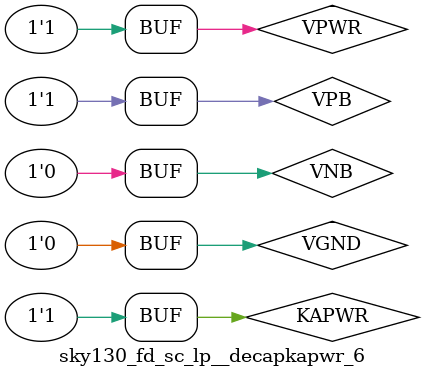
<source format=v>
/*
 * Copyright 2020 The SkyWater PDK Authors
 *
 * Licensed under the Apache License, Version 2.0 (the "License");
 * you may not use this file except in compliance with the License.
 * You may obtain a copy of the License at
 *
 *     https://www.apache.org/licenses/LICENSE-2.0
 *
 * Unless required by applicable law or agreed to in writing, software
 * distributed under the License is distributed on an "AS IS" BASIS,
 * WITHOUT WARRANTIES OR CONDITIONS OF ANY KIND, either express or implied.
 * See the License for the specific language governing permissions and
 * limitations under the License.
 *
 * SPDX-License-Identifier: Apache-2.0
*/


`ifndef SKY130_FD_SC_LP__DECAPKAPWR_6_TIMING_V
`define SKY130_FD_SC_LP__DECAPKAPWR_6_TIMING_V

/**
 * decapkapwr: Decoupling capacitance filler on keep-alive rail.
 *
 * Verilog simulation timing model.
 */

`timescale 1ns / 1ps
`default_nettype none

`celldefine
module sky130_fd_sc_lp__decapkapwr_6 ();

    // Module supplies
    supply1 KAPWR;
    supply1 VPWR ;
    supply0 VGND ;
    supply1 VPB  ;
    supply0 VNB  ;
     // No contents.
endmodule
`endcelldefine

`default_nettype wire
`endif  // SKY130_FD_SC_LP__DECAPKAPWR_6_TIMING_V

</source>
